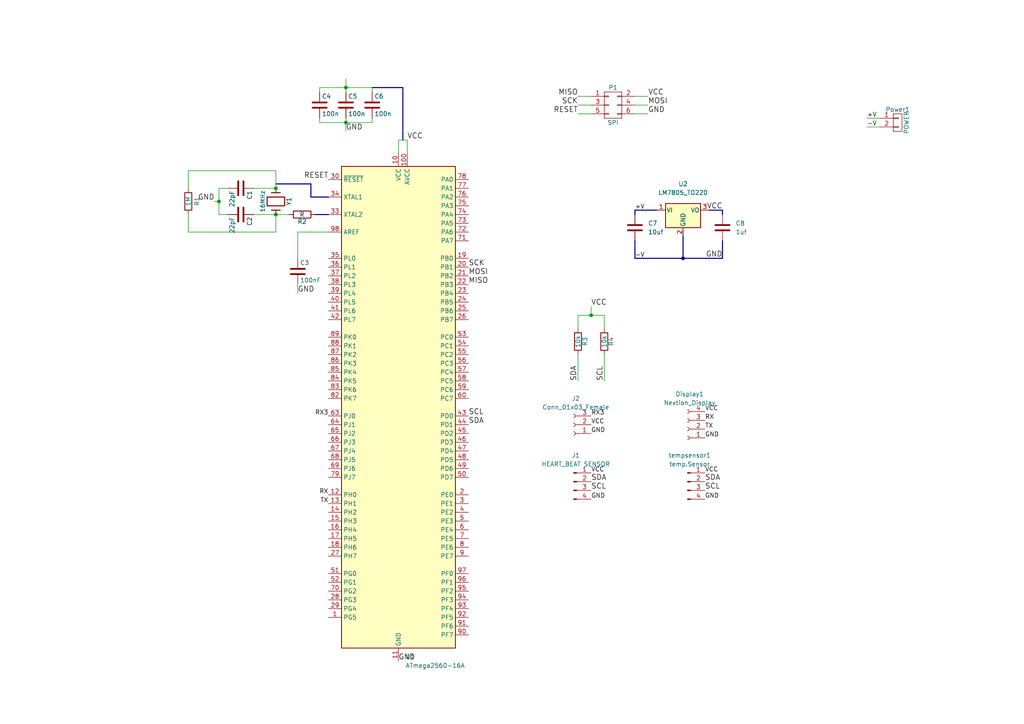
<source format=kicad_sch>
(kicad_sch (version 20211123) (generator eeschema)
  (paper "A4")
  (lib_symbols
    (symbol "Connector:Conn_01x03_Female" (pin_names (offset 1.016) hide)
      (property "Reference" "J" (at 0 5.08 0))
      (property "Value" "Conn_01x03_Female" (at 0 -5.08 0))
      (symbol "Conn_01x03_Female_1_1"
        (arc (start 0 -2.032) (mid -0.508 -2.54) (end 0 -3.048) (stroke (width 0.1524)))
        (polyline (pts (xy -1.27 -2.54) (xy -0.508 -2.54)) (stroke (width 0.1524)))
        (polyline (pts (xy -1.27 0) (xy -0.508 0)) (stroke (width 0.1524)))
        (polyline (pts (xy -1.27 2.54) (xy -0.508 2.54)) (stroke (width 0.1524)))
        (arc (start 0 0.508) (mid -0.508 0) (end 0 -0.508) (stroke (width 0.1524)))
        (arc (start 0 3.048) (mid -0.508 2.54) (end 0 2.032) (stroke (width 0.1524)))
        (pin passive line (at -5.08 2.54 0) (length 3.81) (name "Pin_1") (number "1"))
        (pin passive line (at -5.08 0 0) (length 3.81) (name "Pin_2") (number "2"))
        (pin passive line (at -5.08 -2.54 0) (length 3.81) (name "Pin_3") (number "3"))
      )
    )
    (symbol "Connector:Conn_01x04_Female" (pin_names (offset 1.016) hide)
      (property "Reference" "J" (at 0 5.08 0))
      (property "Value" "Conn_01x04_Female" (at 0 -7.62 0))
      (symbol "Conn_01x04_Female_1_1"
        (arc (start 0 -4.572) (mid -0.508 -5.08) (end 0 -5.588) (stroke (width 0.1524)))
        (arc (start 0 -2.032) (mid -0.508 -2.54) (end 0 -3.048) (stroke (width 0.1524)))
        (polyline (pts (xy -1.27 -5.08) (xy -0.508 -5.08)) (stroke (width 0.1524)))
        (polyline (pts (xy -1.27 -2.54) (xy -0.508 -2.54)) (stroke (width 0.1524)))
        (polyline (pts (xy -1.27 0) (xy -0.508 0)) (stroke (width 0.1524)))
        (polyline (pts (xy -1.27 2.54) (xy -0.508 2.54)) (stroke (width 0.1524)))
        (arc (start 0 0.508) (mid -0.508 0) (end 0 -0.508) (stroke (width 0.1524)))
        (arc (start 0 3.048) (mid -0.508 2.54) (end 0 2.032) (stroke (width 0.1524)))
        (pin passive line (at -5.08 2.54 0) (length 3.81) (name "Pin_1") (number "1"))
        (pin passive line (at -5.08 0 0) (length 3.81) (name "Pin_2") (number "2"))
        (pin passive line (at -5.08 -2.54 0) (length 3.81) (name "Pin_3") (number "3"))
        (pin passive line (at -5.08 -5.08 0) (length 3.81) (name "Pin_4") (number "4"))
      )
    )
    (symbol "Connector:Conn_01x04_Male" (pin_names (offset 1.016) hide)
      (property "Reference" "J" (at 0 5.08 0))
      (property "Value" "Conn_01x04_Male" (at 0 -7.62 0))
      (symbol "Conn_01x04_Male_1_1"
        (polyline (pts (xy 1.27 -5.08) (xy 0.8636 -5.08)) (stroke (width 0.1524)))
        (polyline (pts (xy 1.27 -2.54) (xy 0.8636 -2.54)) (stroke (width 0.1524)))
        (polyline (pts (xy 1.27 0) (xy 0.8636 0)) (stroke (width 0.1524)))
        (polyline (pts (xy 1.27 2.54) (xy 0.8636 2.54)) (stroke (width 0.1524)))
        (rectangle (start 0.8636 -4.953) (end 0 -5.207) (stroke (width 0.1524)) (fill (type outline)))
        (rectangle (start 0.8636 -2.413) (end 0 -2.667) (stroke (width 0.1524)) (fill (type outline)))
        (rectangle (start 0.8636 0.127) (end 0 -0.127) (stroke (width 0.1524)) (fill (type outline)))
        (rectangle (start 0.8636 2.667) (end 0 2.413) (stroke (width 0.1524)) (fill (type outline)))
        (pin passive line (at 5.08 2.54 180) (length 3.81) (name "Pin_1") (number "1"))
        (pin passive line (at 5.08 0 180) (length 3.81) (name "Pin_2") (number "2"))
        (pin passive line (at 5.08 -2.54 180) (length 3.81) (name "Pin_3") (number "3"))
        (pin passive line (at 5.08 -5.08 180) (length 3.81) (name "Pin_4") (number "4"))
      )
    )
    (symbol "Device:C" (pin_numbers hide) (pin_names (offset 0.254))
      (property "Reference" "C" (at 0.635 2.54 0))
      (property "Value" "C" (at 0.635 -2.54 0))
      (symbol "C_0_1"
        (polyline (pts (xy -2.032 -0.762) (xy 2.032 -0.762)) (stroke (width 0.508)))
        (polyline (pts (xy -2.032 0.762) (xy 2.032 0.762)) (stroke (width 0.508)))
      )
      (symbol "C_1_1"
        (pin passive line (at 0 3.81 270) (length 2.794) (name "~") (number "1"))
        (pin passive line (at 0 -3.81 90) (length 2.794) (name "~") (number "2"))
      )
    )
    (symbol "MCU_Microchip_ATmega:ATmega2560-16A"
      (property "Reference" "U" (at 0 1.27 0))
      (property "Value" "ATmega2560-16A" (at 0 -1.27 0))
      (symbol "ATmega2560-16A_0_1"
        (rectangle (start -16.51 -69.85) (end 16.51 69.85) (stroke (width 0.254)) (fill (type background)))
      )
      (symbol "ATmega2560-16A_1_1"
        (pin bidirectional line (at -20.32 -60.96 0) (length 3.81) (name "PG5") (number "1"))
        (pin power_in line (at 0 73.66 270) (length 3.81) (name "VCC") (number "10"))
        (pin power_in line (at 2.54 73.66 270) (length 3.81) (name "AVCC") (number "100"))
        (pin power_in line (at 0 -73.66 90) (length 3.81) (name "GND") (number "11"))
        (pin bidirectional line (at -20.32 -25.4 0) (length 3.81) (name "PH0") (number "12"))
        (pin bidirectional line (at -20.32 -27.94 0) (length 3.81) (name "PH1") (number "13"))
        (pin bidirectional line (at -20.32 -30.48 0) (length 3.81) (name "PH2") (number "14"))
        (pin bidirectional line (at -20.32 -33.02 0) (length 3.81) (name "PH3") (number "15"))
        (pin bidirectional line (at -20.32 -35.56 0) (length 3.81) (name "PH4") (number "16"))
        (pin bidirectional line (at -20.32 -38.1 0) (length 3.81) (name "PH5") (number "17"))
        (pin bidirectional line (at -20.32 -40.64 0) (length 3.81) (name "PH6") (number "18"))
        (pin bidirectional line (at 20.32 43.18 180) (length 3.81) (name "PB0") (number "19"))
        (pin bidirectional line (at 20.32 -25.4 180) (length 3.81) (name "PE0") (number "2"))
        (pin bidirectional line (at 20.32 40.64 180) (length 3.81) (name "PB1") (number "20"))
        (pin bidirectional line (at 20.32 38.1 180) (length 3.81) (name "PB2") (number "21"))
        (pin bidirectional line (at 20.32 35.56 180) (length 3.81) (name "PB3") (number "22"))
        (pin bidirectional line (at 20.32 33.02 180) (length 3.81) (name "PB4") (number "23"))
        (pin bidirectional line (at 20.32 30.48 180) (length 3.81) (name "PB5") (number "24"))
        (pin bidirectional line (at 20.32 27.94 180) (length 3.81) (name "PB6") (number "25"))
        (pin bidirectional line (at 20.32 25.4 180) (length 3.81) (name "PB7") (number "26"))
        (pin bidirectional line (at -20.32 -43.18 0) (length 3.81) (name "PH7") (number "27"))
        (pin bidirectional line (at -20.32 -55.88 0) (length 3.81) (name "PG3") (number "28"))
        (pin bidirectional line (at -20.32 -58.42 0) (length 3.81) (name "PG4") (number "29"))
        (pin bidirectional line (at 20.32 -27.94 180) (length 3.81) (name "PE1") (number "3"))
        (pin input line (at -20.32 66.04 0) (length 3.81) (name "~{RESET}") (number "30"))
        (pin passive line (at 0 73.66 270) (length 3.81) hide (name "VCC") (number "31"))
        (pin passive line (at 0 -73.66 90) (length 3.81) hide (name "GND") (number "32"))
        (pin output line (at -20.32 55.88 0) (length 3.81) (name "XTAL2") (number "33"))
        (pin input line (at -20.32 60.96 0) (length 3.81) (name "XTAL1") (number "34"))
        (pin bidirectional line (at -20.32 43.18 0) (length 3.81) (name "PL0") (number "35"))
        (pin bidirectional line (at -20.32 40.64 0) (length 3.81) (name "PL1") (number "36"))
        (pin bidirectional line (at -20.32 38.1 0) (length 3.81) (name "PL2") (number "37"))
        (pin bidirectional line (at -20.32 35.56 0) (length 3.81) (name "PL3") (number "38"))
        (pin bidirectional line (at -20.32 33.02 0) (length 3.81) (name "PL4") (number "39"))
        (pin bidirectional line (at 20.32 -30.48 180) (length 3.81) (name "PE2") (number "4"))
        (pin bidirectional line (at -20.32 30.48 0) (length 3.81) (name "PL5") (number "40"))
        (pin bidirectional line (at -20.32 27.94 0) (length 3.81) (name "PL6") (number "41"))
        (pin bidirectional line (at -20.32 25.4 0) (length 3.81) (name "PL7") (number "42"))
        (pin bidirectional line (at 20.32 -2.54 180) (length 3.81) (name "PD0") (number "43"))
        (pin bidirectional line (at 20.32 -5.08 180) (length 3.81) (name "PD1") (number "44"))
        (pin bidirectional line (at 20.32 -7.62 180) (length 3.81) (name "PD2") (number "45"))
        (pin bidirectional line (at 20.32 -10.16 180) (length 3.81) (name "PD3") (number "46"))
        (pin bidirectional line (at 20.32 -12.7 180) (length 3.81) (name "PD4") (number "47"))
        (pin bidirectional line (at 20.32 -15.24 180) (length 3.81) (name "PD5") (number "48"))
        (pin bidirectional line (at 20.32 -17.78 180) (length 3.81) (name "PD6") (number "49"))
        (pin bidirectional line (at 20.32 -33.02 180) (length 3.81) (name "PE3") (number "5"))
        (pin bidirectional line (at 20.32 -20.32 180) (length 3.81) (name "PD7") (number "50"))
        (pin bidirectional line (at -20.32 -48.26 0) (length 3.81) (name "PG0") (number "51"))
        (pin bidirectional line (at -20.32 -50.8 0) (length 3.81) (name "PG1") (number "52"))
        (pin bidirectional line (at 20.32 20.32 180) (length 3.81) (name "PC0") (number "53"))
        (pin bidirectional line (at 20.32 17.78 180) (length 3.81) (name "PC1") (number "54"))
        (pin bidirectional line (at 20.32 15.24 180) (length 3.81) (name "PC2") (number "55"))
        (pin bidirectional line (at 20.32 12.7 180) (length 3.81) (name "PC3") (number "56"))
        (pin bidirectional line (at 20.32 10.16 180) (length 3.81) (name "PC4") (number "57"))
        (pin bidirectional line (at 20.32 7.62 180) (length 3.81) (name "PC5") (number "58"))
        (pin bidirectional line (at 20.32 5.08 180) (length 3.81) (name "PC6") (number "59"))
        (pin bidirectional line (at 20.32 -35.56 180) (length 3.81) (name "PE4") (number "6"))
        (pin bidirectional line (at 20.32 2.54 180) (length 3.81) (name "PC7") (number "60"))
        (pin passive line (at 0 73.66 270) (length 3.81) hide (name "VCC") (number "61"))
        (pin passive line (at 0 -73.66 90) (length 3.81) hide (name "GND") (number "62"))
        (pin bidirectional line (at -20.32 -2.54 0) (length 3.81) (name "PJ0") (number "63"))
        (pin bidirectional line (at -20.32 -5.08 0) (length 3.81) (name "PJ1") (number "64"))
        (pin bidirectional line (at -20.32 -7.62 0) (length 3.81) (name "PJ2") (number "65"))
        (pin bidirectional line (at -20.32 -10.16 0) (length 3.81) (name "PJ3") (number "66"))
        (pin bidirectional line (at -20.32 -12.7 0) (length 3.81) (name "PJ4") (number "67"))
        (pin bidirectional line (at -20.32 -15.24 0) (length 3.81) (name "PJ5") (number "68"))
        (pin bidirectional line (at -20.32 -17.78 0) (length 3.81) (name "PJ6") (number "69"))
        (pin bidirectional line (at 20.32 -38.1 180) (length 3.81) (name "PE5") (number "7"))
        (pin bidirectional line (at -20.32 -53.34 0) (length 3.81) (name "PG2") (number "70"))
        (pin bidirectional line (at 20.32 48.26 180) (length 3.81) (name "PA7") (number "71"))
        (pin bidirectional line (at 20.32 50.8 180) (length 3.81) (name "PA6") (number "72"))
        (pin bidirectional line (at 20.32 53.34 180) (length 3.81) (name "PA5") (number "73"))
        (pin bidirectional line (at 20.32 55.88 180) (length 3.81) (name "PA4") (number "74"))
        (pin bidirectional line (at 20.32 58.42 180) (length 3.81) (name "PA3") (number "75"))
        (pin bidirectional line (at 20.32 60.96 180) (length 3.81) (name "PA2") (number "76"))
        (pin bidirectional line (at 20.32 63.5 180) (length 3.81) (name "PA1") (number "77"))
        (pin bidirectional line (at 20.32 66.04 180) (length 3.81) (name "PA0") (number "78"))
        (pin bidirectional line (at -20.32 -20.32 0) (length 3.81) (name "PJ7") (number "79"))
        (pin bidirectional line (at 20.32 -40.64 180) (length 3.81) (name "PE6") (number "8"))
        (pin passive line (at 0 73.66 270) (length 3.81) hide (name "VCC") (number "80"))
        (pin passive line (at 0 -73.66 90) (length 3.81) hide (name "GND") (number "81"))
        (pin bidirectional line (at -20.32 2.54 0) (length 3.81) (name "PK7") (number "82"))
        (pin bidirectional line (at -20.32 5.08 0) (length 3.81) (name "PK6") (number "83"))
        (pin bidirectional line (at -20.32 7.62 0) (length 3.81) (name "PK5") (number "84"))
        (pin bidirectional line (at -20.32 10.16 0) (length 3.81) (name "PK4") (number "85"))
        (pin bidirectional line (at -20.32 12.7 0) (length 3.81) (name "PK3") (number "86"))
        (pin bidirectional line (at -20.32 15.24 0) (length 3.81) (name "PK2") (number "87"))
        (pin bidirectional line (at -20.32 17.78 0) (length 3.81) (name "PK1") (number "88"))
        (pin bidirectional line (at -20.32 20.32 0) (length 3.81) (name "PK0") (number "89"))
        (pin bidirectional line (at 20.32 -43.18 180) (length 3.81) (name "PE7") (number "9"))
        (pin bidirectional line (at 20.32 -66.04 180) (length 3.81) (name "PF7") (number "90"))
        (pin bidirectional line (at 20.32 -63.5 180) (length 3.81) (name "PF6") (number "91"))
        (pin bidirectional line (at 20.32 -60.96 180) (length 3.81) (name "PF5") (number "92"))
        (pin bidirectional line (at 20.32 -58.42 180) (length 3.81) (name "PF4") (number "93"))
        (pin bidirectional line (at 20.32 -55.88 180) (length 3.81) (name "PF3") (number "94"))
        (pin bidirectional line (at 20.32 -53.34 180) (length 3.81) (name "PF2") (number "95"))
        (pin bidirectional line (at 20.32 -50.8 180) (length 3.81) (name "PF1") (number "96"))
        (pin bidirectional line (at 20.32 -48.26 180) (length 3.81) (name "PF0") (number "97"))
        (pin passive line (at -20.32 50.8 0) (length 3.81) (name "AREF") (number "98"))
        (pin passive line (at 0 -73.66 90) (length 3.81) hide (name "GND") (number "99"))
      )
    )
    (symbol "Regulator_Linear:LM7805_TO220" (pin_names (offset 0.254))
      (property "Reference" "U" (at -3.81 3.175 0))
      (property "Value" "LM7805_TO220" (at 0 3.175 0))
      (symbol "LM7805_TO220_0_1"
        (rectangle (start -5.08 1.905) (end 5.08 -5.08) (stroke (width 0.254)) (fill (type background)))
      )
      (symbol "LM7805_TO220_1_1"
        (pin power_in line (at -7.62 0 0) (length 2.54) (name "VI") (number "1"))
        (pin power_in line (at 0 -7.62 90) (length 2.54) (name "GND") (number "2"))
        (pin power_out line (at 7.62 0 180) (length 2.54) (name "VO") (number "3"))
      )
    )
    (symbol "core-rescue:C" (pin_numbers hide) (pin_names (offset 0.254))
      (property "Reference" "C" (at 0.635 2.54 0))
      (property "Value" "C" (at 0.635 -2.54 0))
      (symbol "C_0_1"
        (polyline (pts (xy -2.032 -0.762) (xy 2.032 -0.762)) (stroke (width 0.508)))
        (polyline (pts (xy -2.032 0.762) (xy 2.032 0.762)) (stroke (width 0.508)))
      )
      (symbol "C_1_1"
        (pin passive line (at 0 3.81 270) (length 2.794) (name "~") (number "1"))
        (pin passive line (at 0 -3.81 90) (length 2.794) (name "~") (number "2"))
      )
    )
    (symbol "core-rescue:CONN_01X02" (pin_names (offset 1.016) hide)
      (property "Reference" "P" (at 0 3.81 0))
      (property "Value" "CONN_01X02" (at 2.54 0 90))
      (symbol "CONN_01X02_0_1"
        (rectangle (start -1.27 -1.143) (end 0.254 -1.397))
        (rectangle (start -1.27 1.397) (end 0.254 1.143))
        (rectangle (start -1.27 2.54) (end 1.27 -2.54))
      )
      (symbol "CONN_01X02_1_1"
        (pin passive line (at -5.08 1.27 0) (length 3.81) (name "P1") (number "1"))
        (pin passive line (at -5.08 -1.27 0) (length 3.81) (name "P2") (number "2"))
      )
    )
    (symbol "core-rescue:CONN_02X03" (pin_names (offset 0.0254) hide)
      (property "Reference" "P" (at 0 5.08 0))
      (property "Value" "CONN_02X03" (at 0 -5.08 0))
      (symbol "CONN_02X03_0_1"
        (rectangle (start -2.54 -2.413) (end -1.27 -2.667))
        (rectangle (start -2.54 0.127) (end -1.27 -0.127))
        (rectangle (start -2.54 2.667) (end -1.27 2.413))
        (rectangle (start -2.54 3.81) (end 2.54 -3.81))
        (rectangle (start 1.27 -2.413) (end 2.54 -2.667))
        (rectangle (start 1.27 0.127) (end 2.54 -0.127))
        (rectangle (start 1.27 2.667) (end 2.54 2.413))
      )
      (symbol "CONN_02X03_1_1"
        (pin passive line (at -6.35 2.54 0) (length 3.81) (name "P1") (number "1"))
        (pin passive line (at 6.35 2.54 180) (length 3.81) (name "P2") (number "2"))
        (pin passive line (at -6.35 0 0) (length 3.81) (name "P3") (number "3"))
        (pin passive line (at 6.35 0 180) (length 3.81) (name "P4") (number "4"))
        (pin passive line (at -6.35 -2.54 0) (length 3.81) (name "P5") (number "5"))
        (pin passive line (at 6.35 -2.54 180) (length 3.81) (name "P6") (number "6"))
      )
    )
    (symbol "core-rescue:Crystal" (pin_numbers hide) (pin_names (offset 1.016) hide)
      (property "Reference" "Y" (at 0 3.81 0))
      (property "Value" "Crystal" (at 0 -3.81 0))
      (symbol "Crystal_0_1"
        (rectangle (start -1.27 2.54) (end 1.27 -2.54) (stroke (width 0.3048)))
        (polyline (pts (xy -2.54 -1.27) (xy -2.54 1.27)) (stroke (width 0.3048)))
        (polyline (pts (xy 2.54 -1.27) (xy 2.54 1.27)) (stroke (width 0.3048)))
      )
      (symbol "Crystal_1_1"
        (pin passive line (at -3.81 0 0) (length 1.27) (name "1") (number "1"))
        (pin passive line (at 3.81 0 180) (length 1.27) (name "2") (number "2"))
      )
    )
    (symbol "core-rescue:R" (pin_numbers hide) (pin_names (offset 0))
      (property "Reference" "R" (at 2.032 0 90))
      (property "Value" "R" (at 0 0 90))
      (symbol "R_0_1"
        (rectangle (start -1.016 -2.54) (end 1.016 2.54) (stroke (width 0.254)))
      )
      (symbol "R_1_1"
        (pin passive line (at 0 3.81 270) (length 1.27) (name "~") (number "1"))
        (pin passive line (at 0 -3.81 90) (length 1.27) (name "~") (number "2"))
      )
    )
  )
  (junction (at 198.12 74.93))
  (junction (at 80.01 62.23))
  (junction (at 100.33 35.56))
  (junction (at 171.45 91.44))
  (junction (at 80.01 54.61))
  (junction (at 100.33 25.4))
  (junction (at 63.5 58.42))
  (wire (pts (xy 255.27 36.83) (xy 251.46 36.83)))
  (wire (pts (xy 80.01 49.53) (xy 80.01 54.61)))
  (bus (pts (xy 80.01 53.34) (xy 90.17 53.34)))
  (bus (pts (xy 90.17 57.15) (xy 90.17 53.34)))
  (bus (pts (xy 116.84 25.4) (xy 116.84 40.64)))
  (bus (pts (xy 190.5 60.96) (xy 184.15 60.96)))
  (wire (pts (xy 73.66 54.61) (xy 80.01 54.61)))
  (wire (pts (xy 167.64 110.49) (xy 167.64 102.87)))
  (bus (pts (xy 91.44 62.23) (xy 95.25 62.23)))
  (bus (pts (xy 107.95 25.4) (xy 116.84 25.4)))
  (wire (pts (xy 171.45 27.94) (xy 167.64 27.94)))
  (wire (pts (xy 184.15 27.94) (xy 187.96 27.94)))
  (wire (pts (xy 92.71 34.29) (xy 92.71 35.56)))
  (wire (pts (xy 115.57 40.64) (xy 118.11 40.64)))
  (wire (pts (xy 100.33 34.29) (xy 100.33 35.56)))
  (wire (pts (xy 54.61 67.31) (xy 80.01 67.31)))
  (wire (pts (xy 92.71 26.67) (xy 92.71 25.4)))
  (wire (pts (xy 107.95 25.4) (xy 107.95 26.67)))
  (wire (pts (xy 100.33 35.56) (xy 107.95 35.56)))
  (wire (pts (xy 100.33 35.56) (xy 100.33 38.1)))
  (wire (pts (xy 187.96 33.02) (xy 184.15 33.02)))
  (wire (pts (xy 86.36 67.31) (xy 86.36 74.93)))
  (wire (pts (xy 171.45 30.48) (xy 167.64 30.48)))
  (wire (pts (xy 167.64 91.44) (xy 171.45 91.44)))
  (wire (pts (xy 92.71 25.4) (xy 100.33 25.4)))
  (bus (pts (xy 209.55 69.85) (xy 209.55 74.93)))
  (bus (pts (xy 205.74 60.96) (xy 209.55 60.96)))
  (wire (pts (xy 54.61 54.61) (xy 54.61 49.53)))
  (wire (pts (xy 115.57 44.45) (xy 115.57 40.64)))
  (wire (pts (xy 107.95 35.56) (xy 107.95 34.29)))
  (wire (pts (xy 175.26 110.49) (xy 175.26 102.87)))
  (wire (pts (xy 100.33 22.86) (xy 100.33 25.4)))
  (wire (pts (xy 92.71 35.56) (xy 100.33 35.56)))
  (wire (pts (xy 80.01 67.31) (xy 80.01 62.23)))
  (bus (pts (xy 95.25 57.15) (xy 90.17 57.15)))
  (bus (pts (xy 209.55 60.96) (xy 209.55 62.23)))
  (wire (pts (xy 118.11 40.64) (xy 118.11 44.45)))
  (wire (pts (xy 171.45 91.44) (xy 171.45 88.9)))
  (wire (pts (xy 63.5 62.23) (xy 66.04 62.23)))
  (wire (pts (xy 175.26 91.44) (xy 175.26 95.25)))
  (wire (pts (xy 54.61 62.23) (xy 54.61 67.31)))
  (bus (pts (xy 184.15 60.96) (xy 184.15 62.23)))
  (wire (pts (xy 184.15 30.48) (xy 187.96 30.48)))
  (wire (pts (xy 171.45 33.02) (xy 167.64 33.02)))
  (wire (pts (xy 63.5 54.61) (xy 63.5 58.42)))
  (wire (pts (xy 73.66 62.23) (xy 80.01 62.23)))
  (wire (pts (xy 86.36 82.55) (xy 86.36 85.09)))
  (wire (pts (xy 167.64 95.25) (xy 167.64 91.44)))
  (wire (pts (xy 63.5 58.42) (xy 62.23 58.42)))
  (bus (pts (xy 184.15 69.85) (xy 184.15 74.93)))
  (wire (pts (xy 66.04 54.61) (xy 63.5 54.61)))
  (wire (pts (xy 63.5 58.42) (xy 63.5 62.23)))
  (wire (pts (xy 100.33 25.4) (xy 107.95 25.4)))
  (wire (pts (xy 95.25 67.31) (xy 86.36 67.31)))
  (wire (pts (xy 54.61 49.53) (xy 80.01 49.53)))
  (bus (pts (xy 209.55 74.93) (xy 198.12 74.93)))
  (wire (pts (xy 171.45 91.44) (xy 175.26 91.44)))
  (wire (pts (xy 255.27 34.29) (xy 251.46 34.29)))
  (wire (pts (xy 100.33 25.4) (xy 100.33 26.67)))
  (bus (pts (xy 198.12 68.58) (xy 198.12 74.93)))
  (wire (pts (xy 80.01 62.23) (xy 83.82 62.23)))
  (bus (pts (xy 198.12 74.93) (xy 184.15 74.93)))
  (label "RX" (at 204.47 121.92 0))
  (label "SCL" (at 171.45 142.24 0) (effects (font (size 1.524 1.524))))
  (label "SDA" (at 204.47 139.7 0) (effects (font (size 1.524 1.524))))
  (label "VCC" (at 171.45 88.9 0) (effects (font (size 1.524 1.524))))
  (label "GND" (at 171.45 144.78 0))
  (label "+V" (at 251.46 34.29 0))
  (label "VCC" (at 118.11 40.64 0) (effects (font (size 1.524 1.524))))
  (label "MOSI" (at 135.89 80.01 0) (effects (font (size 1.524 1.524))))
  (label "-V" (at 251.46 36.83 0))
  (label "SCL" (at 175.26 110.49 90) (effects (font (size 1.524 1.524))))
  (label "RX" (at 95.25 143.51 180))
  (label "GND" (at 204.47 144.78 0))
  (label "RX3" (at 171.45 120.65 0))
  (label "SDA" (at 135.89 123.19 0) (effects (font (size 1.524 1.524))))
  (label "VCC" (at 171.45 123.19 0))
  (label "SCK" (at 135.89 77.47 0) (effects (font (size 1.524 1.524))))
  (label "SDA" (at 171.45 139.7 0) (effects (font (size 1.524 1.524))))
  (label "GND" (at 187.96 33.02 0) (effects (font (size 1.524 1.524))))
  (label "TX" (at 204.47 124.46 0))
  (label "VCC" (at 204.47 137.16 0))
  (label "GND" (at 62.23 58.42 180) (effects (font (size 1.524 1.524))))
  (label "MISO" (at 135.89 82.55 0) (effects (font (size 1.524 1.524))))
  (label "GND" (at 204.47 127 0))
  (label "SCL" (at 204.47 142.24 0) (effects (font (size 1.524 1.524))))
  (label "GND" (at 115.57 191.77 0) (effects (font (size 1.524 1.524))))
  (label "GND" (at 86.36 85.09 0) (effects (font (size 1.524 1.524))))
  (label "RX3" (at 95.25 120.65 180))
  (label "SCK" (at 167.64 30.48 180) (effects (font (size 1.524 1.524))))
  (label "GND" (at 209.55 74.93 180) (effects (font (size 1.524 1.524))))
  (label "SCL" (at 135.89 120.65 0) (effects (font (size 1.524 1.524))))
  (label "MISO" (at 167.64 27.94 180) (effects (font (size 1.524 1.524))))
  (label "VCC" (at 204.47 119.38 0))
  (label "RESET" (at 167.64 33.02 180) (effects (font (size 1.524 1.524))))
  (label "SDA" (at 167.64 110.49 90) (effects (font (size 1.524 1.524))))
  (label "GND" (at 171.45 125.73 0))
  (label "+V" (at 184.15 60.96 0))
  (label "VCC" (at -21.59 1.27 0) (effects (font (size 1.524 1.524))))
  (label "-V" (at 184.15 74.93 0))
  (label "MOSI" (at 187.96 30.48 0) (effects (font (size 1.524 1.524))))
  (label "VCC" (at 209.55 60.96 180) (effects (font (size 1.524 1.524))))
  (label "GND" (at 100.33 38.1 0) (effects (font (size 1.524 1.524))))
  (label "VCC" (at 187.96 27.94 0) (effects (font (size 1.524 1.524))))
  (label "RESET" (at 95.25 52.07 180) (effects (font (size 1.524 1.524))))
  (label "VCC" (at 171.45 137.16 0))
  (label "TX" (at 95.25 146.05 180))
  (symbol (lib_id "core-rescue:CONN_01X02") (at 260.35 35.56 0) (unit 1)
    (property "Reference" "Power1" (at 260.35 31.75 0))
    (property "Value" "POWER" (at 262.89 35.56 90))
    (property "Footprint" "Connector_PinHeader_2.00mm:PinHeader_1x02_P2.00mm_Vertical" (effects hide))
  )
  (symbol (lib_id "core-rescue:CONN_02X03") (at 177.8 30.48 0) (unit 1)
    (property "Reference" "P1" (at 177.8 25.4 0))
    (property "Value" "SPI" (at 177.8 35.56 0))
    (property "Footprint" "Connector_PinSocket_2.00mm:PinSocket_2x03_P2.00mm_Vertical_SMD" (effects hide))
  )
  (symbol (lib_id "core-rescue:R") (at 167.64 99.06 0) (unit 1)
    (property "Reference" "R3" (at 169.672 99.06 90))
    (property "Value" "10k" (at 167.64 99.06 90))
    (property "Footprint" "Resistor_SMD:R_1206_3216Metric" (effects hide))
  )
  (symbol (lib_id "core-rescue:R") (at 175.26 99.06 0) (unit 1)
    (property "Reference" "R4" (at 177.292 99.06 90))
    (property "Value" "10k" (at 175.26 99.06 90))
    (property "Footprint" "Resistor_SMD:R_1206_3216Metric" (effects hide))
  )
  (symbol (lib_id "core-rescue:C") (at 107.95 30.48 0) (unit 1)
    (property "Reference" "C6" (at 108.585 27.94 0) (effects (justify left)))
    (property "Value" "100n" (at 108.585 33.02 0) (effects (justify left)))
    (property "Footprint" "Capacitor_SMD:C_1206_3216Metric" (effects hide))
  )
  (symbol (lib_id "core-rescue:Crystal") (at 80.01 58.42 270) (unit 1)
    (property "Reference" "Y1" (at 83.82 58.42 0))
    (property "Value" "16MHz" (at 76.2 58.42 0))
    (property "Footprint" "Crystal:Crystal_HC49-4H_Vertical" (effects hide))
  )
  (symbol (lib_id "core-rescue:R") (at 87.63 62.23 270) (unit 1)
    (property "Reference" "R2" (at 87.63 64.262 90))
    (property "Value" "R" (at 87.63 62.23 90))
    (property "Footprint" "Resistor_SMD:R_1206_3216Metric" (effects hide))
  )
  (symbol (lib_id "Connector:Conn_01x04_Female") (at 199.39 124.46 180) (unit 1)
    (property "Reference" "Display1" (at 200.025 114.3 0))
    (property "Value" "Nextion_Display" (at 200.025 116.84 0))
    (property "Footprint" "Connector:FanPinHeader_1x04_P2.54mm_Vertical" (effects hide))
  )
  (symbol (lib_id "Device:C") (at 184.15 66.04 0) (unit 1)
    (property "Reference" "C7" (at 187.96 64.7699 0) (effects (justify left)))
    (property "Value" "10uf" (at 187.96 67.3099 0) (effects (justify left)))
    (property "Footprint" "Capacitor_SMD:C_1206_3216Metric" (effects hide))
  )
  (symbol (lib_id "core-rescue:R") (at 54.61 58.42 0) (unit 1)
    (property "Reference" "R1" (at 57.15 58.42 90))
    (property "Value" "1M" (at 54.61 58.42 90))
    (property "Footprint" "Resistor_SMD:R_1206_3216Metric" (effects hide))
  )
  (symbol (lib_id "core-rescue:C") (at 100.33 30.48 0) (unit 1)
    (property "Reference" "C5" (at 100.965 27.94 0) (effects (justify left)))
    (property "Value" "100n" (at 100.965 33.02 0) (effects (justify left)))
    (property "Footprint" "Capacitor_SMD:C_1206_3216Metric" (effects hide))
  )
  (symbol (lib_id "core-rescue:C") (at 69.85 62.23 270) (unit 1)
    (property "Reference" "C2" (at 72.39 62.865 0) (effects (justify left)))
    (property "Value" "22pF" (at 67.31 62.865 0) (effects (justify left)))
    (property "Footprint" "Capacitor_SMD:C_1206_3216Metric" (effects hide))
  )
  (symbol (lib_id "Regulator_Linear:LM7805_TO220") (at 198.12 60.96 0) (unit 1)
    (property "Reference" "U2" (at 198.12 53.34 0))
    (property "Value" "LM7805_TO220" (at 198.12 55.88 0))
    (property "Footprint" "Package_TO_SOT_THT:TO-220-3_Vertical" (effects hide))
    (property "Datasheet" "https://www.onsemi.cn/PowerSolutions/document/MC7800-D.PDF" (effects hide))
  )
  (symbol (lib_id "Device:C") (at 209.55 66.04 0) (unit 1)
    (property "Reference" "C8" (at 213.36 64.7699 0) (effects (justify left)))
    (property "Value" "1uf" (at 213.36 67.3099 0) (effects (justify left)))
    (property "Footprint" "Capacitor_SMD:C_1206_3216Metric" (effects hide))
  )
  (symbol (lib_id "core-rescue:C") (at 86.36 78.74 0) (unit 1)
    (property "Reference" "C3" (at 86.995 76.2 0) (effects (justify left)))
    (property "Value" "100nF" (at 86.995 81.28 0) (effects (justify left)))
    (property "Footprint" "Capacitor_SMD:C_1206_3216Metric" (effects hide))
  )
  (symbol (lib_id "Connector:Conn_01x03_Female") (at 166.37 123.19 180) (unit 1)
    (property "Reference" "J2" (at 167.005 115.57 0))
    (property "Value" "Conn_01x03_Female" (at 167.005 118.11 0))
    (property "Footprint" "Connector_PinHeader_2.54mm:PinHeader_1x03_P2.54mm_Vertical" (effects hide))
  )
  (symbol (lib_id "Connector:Conn_01x04_Male") (at 199.39 139.7 0) (unit 1)
    (property "Reference" "tempsensor1" (at 200.025 132.08 0))
    (property "Value" "temp.Sensor" (at 200.025 134.62 0))
    (property "Footprint" "Connector_PinHeader_2.54mm:PinHeader_1x04_P2.54mm_Vertical" (effects hide))
  )
  (symbol (lib_id "Connector:Conn_01x04_Male") (at 166.37 139.7 0) (unit 1)
    (property "Reference" "J1" (at 167.005 132.08 0))
    (property "Value" "HEART_BEAT SENSOR" (at 167.005 134.62 0))
    (property "Footprint" "Connector_PinSocket_2.54mm:PinSocket_1x04_P2.54mm_Vertical_SMD_Pin1Right" (effects hide))
  )
  (symbol (lib_id "MCU_Microchip_ATmega:ATmega2560-16A") (at 115.57 118.11 0) (unit 1)
    (property "Reference" "U1" (at 117.5894 190.5 0) (effects (justify left)))
    (property "Value" "ATmega2560-16A" (at 117.5894 193.04 0) (effects (justify left)))
    (property "Footprint" "Package_QFP:TQFP-100_14x14mm_P0.5mm" (effects hide))
    (property "Datasheet" "http://ww1.microchip.com/downloads/en/DeviceDoc/Atmel-2549-8-bit-AVR-Microcontroller-ATmega640-1280-1281-2560-2561_datasheet.pdf" (effects hide))
  )
  (symbol (lib_id "core-rescue:C") (at 92.71 30.48 0) (unit 1)
    (property "Reference" "C4" (at 93.345 27.94 0) (effects (justify left)))
    (property "Value" "100n" (at 93.345 33.02 0) (effects (justify left)))
    (property "Footprint" "Capacitor_SMD:C_1206_3216Metric" (effects hide))
  )
  (symbol (lib_id "core-rescue:C") (at 69.85 54.61 270) (unit 1)
    (property "Reference" "C1" (at 72.39 55.245 0) (effects (justify left)))
    (property "Value" "22pF" (at 67.31 55.245 0) (effects (justify left)))
    (property "Footprint" "Capacitor_SMD:C_1206_3216Metric" (effects hide))
  )
)
</source>
